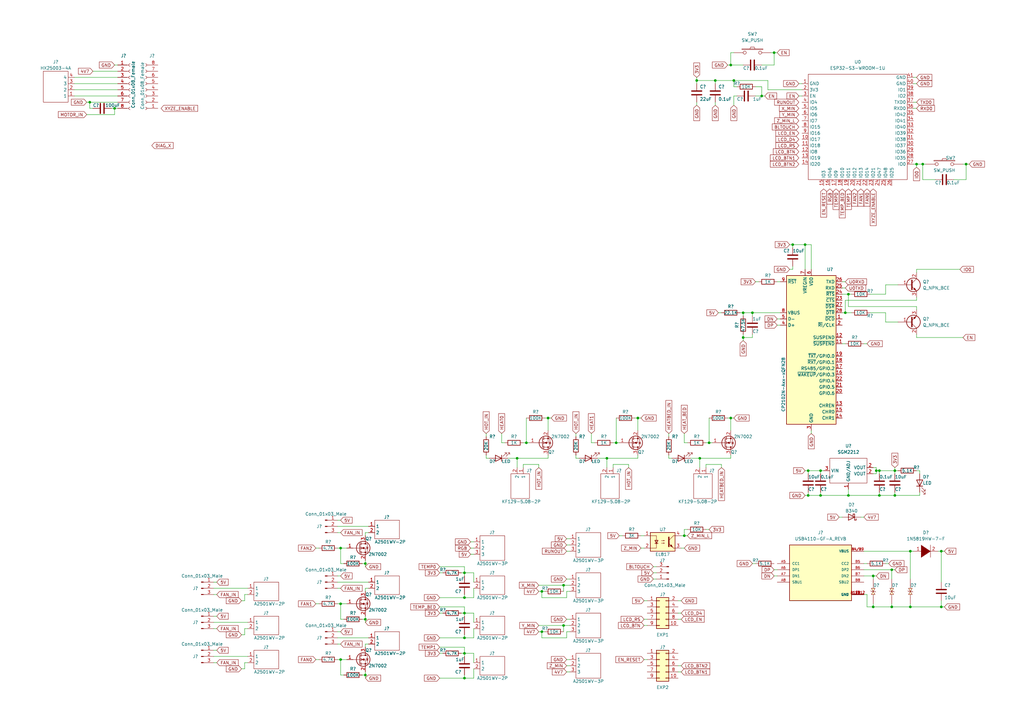
<source format=kicad_sch>
(kicad_sch (version 20211123) (generator eeschema)
  (paper "A3")
  (junction (at 293.37 33.02))
  (junction (at 373.38 226.06))
  (junction (at 36.83 41.91))
  (junction (at 222.25 259.08))
  (junction (at 149.86 231.14))
  (junction (at 290.83 181.61))
  (junction (at 215.9 181.61))
  (junction (at 299.72 171.45))
  (junction (at 139.7 270.51))
  (junction (at 360.68 193.04))
  (junction (at 190.5 245.11))
  (junction (at 331.47 203.2))
  (junction (at 248.92 187.96))
  (junction (at 358.14 236.22))
  (junction (at 287.02 187.96))
  (junction (at 359.41 193.04))
  (junction (at 358.14 248.92))
  (junction (at 304.8 128.27))
  (junction (at 285.75 33.02))
  (junction (at 190.5 234.95))
  (junction (at 312.42 39.37))
  (junction (at 222.25 242.57))
  (junction (at 375.92 67.31))
  (junction (at 396.24 67.31))
  (junction (at 378.46 67.31))
  (junction (at 308.61 128.27))
  (junction (at 347.98 120.65))
  (junction (at 367.03 203.2))
  (junction (at 190.5 278.13))
  (junction (at 280.67 219.71))
  (junction (at 360.68 203.2))
  (junction (at 300.99 33.02))
  (junction (at 224.79 171.45))
  (junction (at 346.71 128.27))
  (junction (at 317.5 21.59))
  (junction (at 261.62 171.45))
  (junction (at 367.03 193.04))
  (junction (at 231.14 256.54))
  (junction (at 336.55 193.04))
  (junction (at 373.38 248.92))
  (junction (at 299.72 26.67))
  (junction (at 304.8 138.43))
  (junction (at 46.99 44.45))
  (junction (at 330.2 100.33))
  (junction (at 347.98 203.2))
  (junction (at 365.76 248.92))
  (junction (at 336.55 203.2))
  (junction (at 365.76 233.68))
  (junction (at 331.47 193.04))
  (junction (at 190.5 267.97))
  (junction (at 212.09 187.96))
  (junction (at 190.5 251.46))
  (junction (at 386.08 248.92))
  (junction (at 149.86 254))
  (junction (at 139.7 247.65))
  (junction (at 190.5 261.62))
  (junction (at 386.08 226.06))
  (junction (at 252.73 181.61))
  (junction (at 231.14 240.03))
  (junction (at 149.86 276.86))
  (junction (at 325.12 100.33))
  (junction (at 139.7 224.79))
  (wire (pts (xy 88.9 243.84) (xy 87.63 243.84)))
  (wire (pts (xy 373.38 226.06) (xy 374.65 226.06)))
  (wire (pts (xy 214.63 181.61) (xy 215.9 181.61)))
  (wire (pts (xy 87.63 241.3) (xy 101.6 241.3)))
  (wire (pts (xy 317.5 233.68) (xy 318.77 233.68)))
  (wire (pts (xy 374.65 44.45) (xy 375.92 44.45)))
  (wire (pts (xy 355.6 248.92) (xy 358.14 248.92)))
  (wire (pts (xy 38.1 29.21) (xy 48.26 29.21)))
  (wire (pts (xy 264.16 256.54) (xy 265.43 256.54)))
  (wire (pts (xy 148.59 254) (xy 149.86 254)))
  (wire (pts (xy 262.89 224.79) (xy 264.16 224.79)))
  (wire (pts (xy 373.38 247.65) (xy 373.38 248.92)))
  (wire (pts (xy 375.92 67.31) (xy 378.46 67.31)))
  (wire (pts (xy 194.31 241.3) (xy 194.31 245.11)))
  (wire (pts (xy 330.2 193.04) (xy 331.47 193.04)))
  (wire (pts (xy 354.33 233.68) (xy 365.76 233.68)))
  (wire (pts (xy 252.73 181.61) (xy 254 181.61)))
  (wire (pts (xy 194.31 238.76) (xy 194.31 234.95)))
  (wire (pts (xy 190.5 248.92) (xy 190.5 251.46)))
  (wire (pts (xy 375.92 138.43) (xy 375.92 137.16)))
  (wire (pts (xy 317.5 236.22) (xy 318.77 236.22)))
  (wire (pts (xy 138.43 261.62) (xy 151.13 261.62)))
  (wire (pts (xy 139.7 259.08) (xy 138.43 259.08)))
  (wire (pts (xy 261.62 176.53) (xy 261.62 171.45)))
  (wire (pts (xy 353.06 212.09) (xy 354.33 212.09)))
  (wire (pts (xy 194.31 267.97) (xy 190.5 267.97)))
  (wire (pts (xy 289.56 181.61) (xy 290.83 181.61)))
  (wire (pts (xy 336.55 193.04) (xy 337.82 193.04)))
  (wire (pts (xy 30.48 39.37) (xy 48.26 39.37)))
  (wire (pts (xy 190.5 278.13) (xy 190.5 276.86)))
  (wire (pts (xy 257.81 190.5) (xy 251.46 190.5)))
  (wire (pts (xy 308.61 137.16) (xy 308.61 138.43)))
  (wire (pts (xy 46.99 44.45) (xy 46.99 46.99)))
  (wire (pts (xy 278.13 254) (xy 279.4 254)))
  (wire (pts (xy 374.65 34.29) (xy 375.92 34.29)))
  (wire (pts (xy 290.83 171.45) (xy 290.83 181.61)))
  (wire (pts (xy 308.61 128.27) (xy 308.61 129.54)))
  (wire (pts (xy 295.91 191.77) (xy 295.91 190.5)))
  (wire (pts (xy 367.03 193.04) (xy 368.3 193.04)))
  (wire (pts (xy 328.93 36.83) (xy 314.96 36.83)))
  (wire (pts (xy 330.2 203.2) (xy 331.47 203.2)))
  (wire (pts (xy 194.31 251.46) (xy 190.5 251.46)))
  (wire (pts (xy 99.06 246.38) (xy 100.33 246.38)))
  (wire (pts (xy 325.12 110.49) (xy 325.12 109.22)))
  (wire (pts (xy 232.41 242.57) (xy 232.41 245.11)))
  (wire (pts (xy 231.14 256.54) (xy 231.14 259.08)))
  (wire (pts (xy 354.33 243.84) (xy 355.6 243.84)))
  (wire (pts (xy 374.65 31.75) (xy 375.92 31.75)))
  (wire (pts (xy 88.9 238.76) (xy 87.63 238.76)))
  (wire (pts (xy 355.6 248.92) (xy 355.6 243.84)))
  (wire (pts (xy 363.22 116.84) (xy 368.3 116.84)))
  (wire (pts (xy 223.52 171.45) (xy 224.79 171.45)))
  (wire (pts (xy 396.24 67.31) (xy 397.51 67.31)))
  (wire (pts (xy 274.32 177.8) (xy 274.32 179.07)))
  (wire (pts (xy 220.98 259.08) (xy 222.25 259.08)))
  (wire (pts (xy 312.42 39.37) (xy 313.69 39.37)))
  (wire (pts (xy 194.31 274.32) (xy 194.31 278.13)))
  (wire (pts (xy 327.66 34.29) (xy 328.93 34.29)))
  (wire (pts (xy 365.76 233.68) (xy 365.76 237.49)))
  (wire (pts (xy 194.31 261.62) (xy 190.5 261.62)))
  (wire (pts (xy 36.83 41.91) (xy 48.26 41.91)))
  (wire (pts (xy 346.71 123.19) (xy 346.71 128.27)))
  (wire (pts (xy 303.53 128.27) (xy 304.8 128.27)))
  (wire (pts (xy 232.41 226.06) (xy 233.68 226.06)))
  (wire (pts (xy 193.04 224.79) (xy 194.31 224.79)))
  (wire (pts (xy 347.98 203.2) (xy 336.55 203.2)))
  (wire (pts (xy 309.88 35.56) (xy 312.42 35.56)))
  (wire (pts (xy 180.34 232.41) (xy 190.5 232.41)))
  (wire (pts (xy 354.33 140.97) (xy 355.6 140.97)))
  (wire (pts (xy 200.66 187.96) (xy 199.39 187.96)))
  (wire (pts (xy 251.46 181.61) (xy 252.73 181.61)))
  (wire (pts (xy 375.92 193.04) (xy 377.19 193.04)))
  (wire (pts (xy 151.13 264.16) (xy 149.86 264.16)))
  (wire (pts (xy 375.92 110.49) (xy 393.7 110.49)))
  (wire (pts (xy 224.79 176.53) (xy 224.79 171.45)))
  (wire (pts (xy 278.13 273.05) (xy 279.4 273.05)))
  (wire (pts (xy 149.86 252.73) (xy 149.86 254)))
  (wire (pts (xy 180.34 261.62) (xy 190.5 261.62)))
  (wire (pts (xy 336.55 203.2) (xy 331.47 203.2)))
  (wire (pts (xy 290.83 217.17) (xy 289.56 217.17)))
  (wire (pts (xy 232.41 237.49) (xy 233.68 237.49)))
  (wire (pts (xy 140.97 276.86) (xy 139.7 276.86)))
  (wire (pts (xy 358.14 236.22) (xy 358.14 237.49)))
  (wire (pts (xy 304.8 137.16) (xy 304.8 138.43)))
  (wire (pts (xy 149.86 218.44) (xy 149.86 219.71)))
  (wire (pts (xy 222.25 261.62) (xy 222.25 259.08)))
  (wire (pts (xy 318.77 130.81) (xy 320.04 130.81)))
  (wire (pts (xy 299.72 187.96) (xy 287.02 187.96)))
  (wire (pts (xy 189.23 251.46) (xy 190.5 251.46)))
  (wire (pts (xy 264.16 246.38) (xy 265.43 246.38)))
  (wire (pts (xy 139.7 270.51) (xy 142.24 270.51)))
  (wire (pts (xy 332.74 100.33) (xy 330.2 100.33)))
  (wire (pts (xy 278.13 246.38) (xy 279.4 246.38)))
  (wire (pts (xy 375.92 125.73) (xy 347.98 125.73)))
  (wire (pts (xy 360.68 194.31) (xy 360.68 193.04)))
  (wire (pts (xy 46.99 44.45) (xy 48.26 44.45)))
  (wire (pts (xy 232.41 254) (xy 233.68 254)))
  (wire (pts (xy 280.67 217.17) (xy 280.67 219.71)))
  (wire (pts (xy 139.7 218.44) (xy 138.43 218.44)))
  (wire (pts (xy 139.7 236.22) (xy 138.43 236.22)))
  (wire (pts (xy 308.61 138.43) (xy 304.8 138.43)))
  (wire (pts (xy 254 219.71) (xy 255.27 219.71)))
  (wire (pts (xy 300.99 33.02) (xy 314.96 33.02)))
  (wire (pts (xy 278.13 251.46) (xy 279.4 251.46)))
  (wire (pts (xy 375.92 127) (xy 375.92 125.73)))
  (wire (pts (xy 149.86 275.59) (xy 149.86 276.86)))
  (wire (pts (xy 190.5 267.97) (xy 190.5 269.24)))
  (wire (pts (xy 220.98 256.54) (xy 231.14 256.54)))
  (wire (pts (xy 264.16 270.51) (xy 265.43 270.51)))
  (wire (pts (xy 237.49 187.96) (xy 236.22 187.96)))
  (wire (pts (xy 149.86 229.87) (xy 149.86 231.14)))
  (wire (pts (xy 289.56 190.5) (xy 289.56 191.77)))
  (wire (pts (xy 248.92 187.96) (xy 248.92 191.77)))
  (wire (pts (xy 375.92 123.19) (xy 346.71 123.19)))
  (wire (pts (xy 374.65 41.91) (xy 375.92 41.91)))
  (wire (pts (xy 314.96 36.83) (xy 314.96 33.02)))
  (wire (pts (xy 317.5 26.67) (xy 317.5 21.59)))
  (wire (pts (xy 190.5 265.43) (xy 190.5 267.97)))
  (wire (pts (xy 138.43 215.9) (xy 151.13 215.9)))
  (wire (pts (xy 360.68 193.04) (xy 359.41 193.04)))
  (wire (pts (xy 293.37 33.02) (xy 293.37 34.29)))
  (wire (pts (xy 308.61 231.14) (xy 309.88 231.14)))
  (wire (pts (xy 232.41 261.62) (xy 222.25 261.62)))
  (wire (pts (xy 318.77 115.57) (xy 320.04 115.57)))
  (wire (pts (xy 224.79 186.69) (xy 224.79 187.96)))
  (wire (pts (xy 30.48 34.29) (xy 48.26 34.29)))
  (wire (pts (xy 35.56 41.91) (xy 36.83 41.91)))
  (wire (pts (xy 139.7 231.14) (xy 139.7 224.79)))
  (wire (pts (xy 378.46 73.66) (xy 383.54 73.66)))
  (wire (pts (xy 189.23 267.97) (xy 190.5 267.97)))
  (wire (pts (xy 236.22 177.8) (xy 236.22 179.07)))
  (wire (pts (xy 194.31 245.11) (xy 190.5 245.11)))
  (wire (pts (xy 100.33 243.84) (xy 101.6 243.84)))
  (wire (pts (xy 345.44 140.97) (xy 346.71 140.97)))
  (wire (pts (xy 242.57 181.61) (xy 243.84 181.61)))
  (wire (pts (xy 358.14 248.92) (xy 365.76 248.92)))
  (wire (pts (xy 129.54 270.51) (xy 130.81 270.51)))
  (wire (pts (xy 298.45 26.67) (xy 299.72 26.67)))
  (wire (pts (xy 139.7 264.16) (xy 138.43 264.16)))
  (wire (pts (xy 222.25 245.11) (xy 222.25 242.57)))
  (wire (pts (xy 293.37 41.91) (xy 293.37 43.18)))
  (wire (pts (xy 261.62 171.45) (xy 262.89 171.45)))
  (wire (pts (xy 285.75 33.02) (xy 285.75 34.29)))
  (wire (pts (xy 347.98 200.66) (xy 347.98 203.2)))
  (wire (pts (xy 224.79 187.96) (xy 212.09 187.96)))
  (wire (pts (xy 139.7 254) (xy 139.7 247.65)))
  (wire (pts (xy 190.5 232.41) (xy 190.5 234.95)))
  (wire (pts (xy 232.41 275.59) (xy 233.68 275.59)))
  (wire (pts (xy 302.26 35.56) (xy 300.99 35.56)))
  (wire (pts (xy 356.87 128.27) (xy 363.22 128.27)))
  (wire (pts (xy 308.61 128.27) (xy 320.04 128.27)))
  (wire (pts (xy 317.5 21.59) (xy 318.77 21.59)))
  (wire (pts (xy 267.97 232.41) (xy 269.24 232.41)))
  (wire (pts (xy 88.9 257.81) (xy 87.63 257.81)))
  (wire (pts (xy 347.98 125.73) (xy 347.98 120.65)))
  (wire (pts (xy 138.43 238.76) (xy 151.13 238.76)))
  (wire (pts (xy 377.19 193.04) (xy 377.19 194.31)))
  (wire (pts (xy 325.12 100.33) (xy 325.12 101.6)))
  (wire (pts (xy 275.59 187.96) (xy 274.32 187.96)))
  (wire (pts (xy 345.44 118.11) (xy 346.71 118.11)))
  (wire (pts (xy 139.7 224.79) (xy 142.24 224.79)))
  (wire (pts (xy 279.4 219.71) (xy 280.67 219.71)))
  (wire (pts (xy 220.98 190.5) (xy 214.63 190.5)))
  (wire (pts (xy 139.7 247.65) (xy 138.43 247.65)))
  (wire (pts (xy 261.62 186.69) (xy 261.62 187.96)))
  (wire (pts (xy 354.33 226.06) (xy 373.38 226.06)))
  (wire (pts (xy 222.25 242.57) (xy 223.52 242.57)))
  (wire (pts (xy 193.04 227.33) (xy 194.31 227.33)))
  (wire (pts (xy 358.14 247.65) (xy 358.14 248.92)))
  (wire (pts (xy 100.33 274.32) (xy 100.33 271.78)))
  (wire (pts (xy 232.41 223.52) (xy 233.68 223.52)))
  (wire (pts (xy 88.9 271.78) (xy 87.63 271.78)))
  (wire (pts (xy 257.81 191.77) (xy 257.81 190.5)))
  (wire (pts (xy 199.39 177.8) (xy 199.39 179.07)))
  (wire (pts (xy 180.34 267.97) (xy 181.61 267.97)))
  (wire (pts (xy 384.81 226.06) (xy 386.08 226.06)))
  (wire (pts (xy 387.35 248.92) (xy 386.08 248.92)))
  (wire (pts (xy 220.98 191.77) (xy 220.98 190.5)))
  (wire (pts (xy 283.21 187.96) (xy 287.02 187.96)))
  (wire (pts (xy 190.5 261.62) (xy 190.5 260.35)))
  (wire (pts (xy 189.23 234.95) (xy 190.5 234.95)))
  (wire (pts (xy 236.22 186.69) (xy 236.22 187.96)))
  (wire (pts (xy 294.64 128.27) (xy 295.91 128.27)))
  (wire (pts (xy 151.13 241.3) (xy 149.86 241.3)))
  (wire (pts (xy 245.11 187.96) (xy 248.92 187.96)))
  (wire (pts (xy 233.68 259.08) (xy 232.41 259.08)))
  (wire (pts (xy 363.22 120.65) (xy 363.22 116.84)))
  (wire (pts (xy 267.97 237.49) (xy 269.24 237.49)))
  (wire (pts (xy 386.08 248.92) (xy 373.38 248.92)))
  (wire (pts (xy 149.86 241.3) (xy 149.86 242.57)))
  (wire (pts (xy 180.34 265.43) (xy 190.5 265.43)))
  (wire (pts (xy 139.7 224.79) (xy 138.43 224.79)))
  (wire (pts (xy 139.7 247.65) (xy 142.24 247.65)))
  (wire (pts (xy 151.13 218.44) (xy 149.86 218.44)))
  (wire (pts (xy 293.37 33.02) (xy 300.99 33.02)))
  (wire (pts (xy 190.5 245.11) (xy 190.5 243.84)))
  (wire (pts (xy 199.39 186.69) (xy 199.39 187.96)))
  (wire (pts (xy 367.03 193.04) (xy 360.68 193.04)))
  (wire (pts (xy 180.34 251.46) (xy 181.61 251.46)))
  (wire (pts (xy 129.54 224.79) (xy 130.81 224.79)))
  (wire (pts (xy 231.14 240.03) (xy 231.14 242.57)))
  (wire (pts (xy 316.23 21.59) (xy 317.5 21.59)))
  (wire (pts (xy 377.19 201.93) (xy 377.19 203.2)))
  (wire (pts (xy 193.04 222.25) (xy 194.31 222.25)))
  (wire (pts (xy 180.34 245.11) (xy 190.5 245.11)))
  (wire (pts (xy 38.1 44.45) (xy 36.83 44.45)))
  (wire (pts (xy 345.44 120.65) (xy 347.98 120.65)))
  (wire (pts (xy 360.68 201.93) (xy 360.68 203.2)))
  (wire (pts (xy 377.19 203.2) (xy 367.03 203.2)))
  (wire (pts (xy 354.33 231.14) (xy 355.6 231.14)))
  (wire (pts (xy 344.17 212.09) (xy 345.44 212.09)))
  (wire (pts (xy 378.46 67.31) (xy 379.73 67.31)))
  (wire (pts (xy 367.03 201.93) (xy 367.03 203.2)))
  (wire (pts (xy 299.72 21.59) (xy 300.99 21.59)))
  (wire (pts (xy 299.72 26.67) (xy 299.72 21.59)))
  (wire (pts (xy 180.34 248.92) (xy 190.5 248.92)))
  (wire (pts (xy 285.75 31.75) (xy 285.75 33.02)))
  (wire (pts (xy 35.56 46.99) (xy 46.99 46.99)))
  (wire (pts (xy 252.73 171.45) (xy 252.73 181.61)))
  (wire (pts (xy 194.31 234.95) (xy 190.5 234.95)))
  (wire (pts (xy 359.41 191.77) (xy 359.41 193.04)))
  (wire (pts (xy 194.31 255.27) (xy 194.31 251.46)))
  (wire (pts (xy 280.67 181.61) (xy 281.94 181.61)))
  (wire (pts (xy 45.72 44.45) (xy 46.99 44.45)))
  (wire (pts (xy 87.63 255.27) (xy 101.6 255.27)))
  (wire (pts (xy 363.22 231.14) (xy 364.49 231.14)))
  (wire (pts (xy 139.7 241.3) (xy 138.43 241.3)))
  (wire (pts (xy 260.35 171.45) (xy 261.62 171.45)))
  (wire (pts (xy 330.2 110.49) (xy 330.2 100.33)))
  (wire (pts (xy 267.97 234.95) (xy 269.24 234.95)))
  (wire (pts (xy 190.5 234.95) (xy 190.5 236.22)))
  (wire (pts (xy 336.55 193.04) (xy 331.47 193.04)))
  (wire (pts (xy 336.55 194.31) (xy 336.55 193.04)))
  (wire (pts (xy 205.74 177.8) (xy 205.74 181.61)))
  (wire (pts (xy 373.38 226.06) (xy 373.38 237.49)))
  (wire (pts (xy 149.86 264.16) (xy 149.86 265.43)))
  (wire (pts (xy 99.06 274.32) (xy 100.33 274.32)))
  (wire (pts (xy 30.48 36.83) (xy 48.26 36.83)))
  (wire (pts (xy 331.47 203.2) (xy 331.47 201.93)))
  (wire (pts (xy 363.22 132.08) (xy 368.3 132.08)))
  (wire (pts (xy 312.42 35.56) (xy 312.42 39.37)))
  (wire (pts (xy 360.68 203.2) (xy 347.98 203.2)))
  (wire (pts (xy 312.42 26.67) (xy 317.5 26.67)))
  (wire (pts (xy 394.97 67.31) (xy 396.24 67.31)))
  (wire (pts (xy 36.83 44.45) (xy 36.83 41.91)))
  (wire (pts (xy 100.33 260.35) (xy 100.33 257.81)))
  (wire (pts (xy 232.41 245.11) (xy 222.25 245.11)))
  (wire (pts (xy 299.72 26.67) (xy 304.8 26.67)))
  (wire (pts (xy 375.92 121.92) (xy 375.92 123.19)))
  (wire (pts (xy 358.14 191.77) (xy 359.41 191.77)))
  (wire (pts (xy 318.77 133.35) (xy 320.04 133.35)))
  (wire (pts (xy 365.76 233.68) (xy 367.03 233.68)))
  (wire (pts (xy 300.99 39.37) (xy 300.99 43.18)))
  (wire (pts (xy 280.67 219.71) (xy 281.94 219.71)))
  (wire (pts (xy 386.08 238.76) (xy 386.08 226.06)))
  (wire (pts (xy 100.33 246.38) (xy 100.33 243.84)))
  (wire (pts (xy 274.32 186.69) (xy 274.32 187.96)))
  (wire (pts (xy 194.31 278.13) (xy 190.5 278.13)))
  (wire (pts (xy 194.31 271.78) (xy 194.31 267.97)))
  (wire (pts (xy 232.41 273.05) (xy 233.68 273.05)))
  (wire (pts (xy 139.7 270.51) (xy 138.43 270.51)))
  (wire (pts (xy 232.41 220.98) (xy 233.68 220.98)))
  (wire (pts (xy 302.26 39.37) (xy 300.99 39.37)))
  (wire (pts (xy 345.44 115.57) (xy 346.71 115.57)))
  (wire (pts (xy 375.92 68.58) (xy 375.92 67.31)))
  (wire (pts (xy 278.13 275.59) (xy 279.4 275.59)))
  (wire (pts (xy 139.7 276.86) (xy 139.7 270.51)))
  (wire (pts (xy 332.74 110.49) (xy 332.74 100.33)))
  (wire (pts (xy 304.8 128.27) (xy 308.61 128.27)))
  (wire (pts (xy 298.45 171.45) (xy 299.72 171.45)))
  (wire (pts (xy 46.99 26.67) (xy 48.26 26.67)))
  (wire (pts (xy 231.14 256.54) (xy 233.68 256.54)))
  (wire (pts (xy 262.89 219.71) (xy 264.16 219.71)))
  (wire (pts (xy 148.59 231.14) (xy 149.86 231.14)))
  (wire (pts (xy 323.85 100.33) (xy 325.12 100.33)))
  (wire (pts (xy 391.16 73.66) (xy 396.24 73.66)))
  (wire (pts (xy 99.06 260.35) (xy 100.33 260.35)))
  (wire (pts (xy 220.98 240.03) (xy 231.14 240.03)))
  (wire (pts (xy 354.33 236.22) (xy 358.14 236.22)))
  (wire (pts (xy 309.88 115.57) (xy 311.15 115.57)))
  (wire (pts (xy 285.75 41.91) (xy 285.75 43.18)))
  (wire (pts (xy 358.14 194.31) (xy 359.41 194.31)))
  (wire (pts (xy 231.14 240.03) (xy 233.68 240.03)))
  (wire (pts (xy 140.97 254) (xy 139.7 254)))
  (wire (pts (xy 190.5 251.46) (xy 190.5 252.73)))
  (wire (pts (xy 281.94 217.17) (xy 280.67 217.17)))
  (wire (pts (xy 215.9 181.61) (xy 217.17 181.61)))
  (wire (pts (xy 100.33 271.78) (xy 101.6 271.78)))
  (wire (pts (xy 224.79 171.45) (xy 226.06 171.45)))
  (wire (pts (xy 367.03 194.31) (xy 367.03 193.04)))
  (wire (pts (xy 100.33 257.81) (xy 101.6 257.81)))
  (wire (pts (xy 375.92 111.76) (xy 375.92 110.49)))
  (wire (pts (xy 129.54 247.65) (xy 130.81 247.65)))
  (wire (pts (xy 30.48 31.75) (xy 48.26 31.75)))
  (wire (pts (xy 232.41 259.08) (xy 232.41 261.62)))
  (wire (pts (xy 330.2 100.33) (xy 325.12 100.33)))
  (wire (pts (xy 332.74 176.53) (xy 332.74 177.8)))
  (wire (pts (xy 214.63 190.5) (xy 214.63 191.77)))
  (wire (pts (xy 378.46 67.31) (xy 378.46 73.66)))
  (wire (pts (xy 300.99 35.56) (xy 300.99 33.02)))
  (wire (pts (xy 304.8 138.43) (xy 304.8 139.7)))
  (wire (pts (xy 139.7 213.36) (xy 138.43 213.36)))
  (wire (pts (xy 205.74 181.61) (xy 207.01 181.61)))
  (wire (pts (xy 309.88 39.37) (xy 312.42 39.37)))
  (wire (pts (xy 363.22 128.27) (xy 363.22 132.08)))
  (wire (pts (xy 367.03 203.2) (xy 360.68 203.2)))
  (wire (pts (xy 180.34 234.95) (xy 181.61 234.95)))
  (wire (pts (xy 149.86 254) (xy 149.86 255.27)))
  (wire (pts (xy 295.91 190.5) (xy 289.56 190.5)))
  (wire (pts (xy 264.16 254) (xy 265.43 254)))
  (wire (pts (xy 358.14 236.22) (xy 359.41 236.22)))
  (wire (pts (xy 345.44 128.27) (xy 346.71 128.27)))
  (wire (pts (xy 88.9 252.73) (xy 87.63 252.73)))
  (wire (pts (xy 299.72 171.45) (xy 300.99 171.45)))
  (wire (pts (xy 242.57 177.8) (xy 242.57 181.61)))
  (wire (pts (xy 394.97 138.43) (xy 375.92 138.43)))
  (wire (pts (xy 180.34 278.13) (xy 190.5 278.13)))
  (wire (pts (xy 359.41 193.04) (xy 359.41 194.31)))
  (wire (pts (xy 222.25 259.08) (xy 223.52 259.08)))
  (wire (pts (xy 304.8 128.27) (xy 304.8 129.54)))
  (wire (pts (xy 279.4 224.79) (xy 280.67 224.79)))
  (wire (pts (xy 375.92 67.31) (xy 374.65 67.31)))
  (wire (pts (xy 323.85 110.49) (xy 325.12 110.49)))
  (wire (pts (xy 365.76 247.65) (xy 365.76 248.92)))
  (wire (pts (xy 149.86 276.86) (xy 149.86 278.13)))
  (wire (pts (xy 347.98 120.65) (xy 349.25 120.65)))
  (wire (pts (xy 280.67 177.8) (xy 280.67 181.61)))
  (wire (pts (xy 373.38 248.92) (xy 365.76 248.92)))
  (wire (pts (xy 331.47 193.04) (xy 331.47 194.31)))
  (wire (pts (xy 386.08 226.06) (xy 387.35 226.06)))
  (wire (pts (xy 194.31 257.81) (xy 194.31 261.62)))
  (wire (pts (xy 261.62 187.96) (xy 248.92 187.96)))
  (wire (pts (xy 88.9 266.7) (xy 87.63 266.7)))
  (wire (pts (xy 148.59 276.86) (xy 149.86 276.86)))
  (wire (pts (xy 215.9 171.45) (xy 215.9 181.61)))
  (wire (pts (xy 327.66 39.37) (xy 328.93 39.37)))
  (wire (pts (xy 140.97 231.14) (xy 139.7 231.14)))
  (wire (pts (xy 287.02 187.96) (xy 287.02 191.77)))
  (wire (pts (xy 290.83 181.61) (xy 292.1 181.61)))
  (wire (pts (xy 367.03 191.77) (xy 367.03 193.04)))
  (wire (pts (xy 293.37 33.02) (xy 285.75 33.02)))
  (wire (pts (xy 336.55 201.93) (xy 336.55 203.2)))
  (wire (pts (xy 233.68 242.57) (xy 232.41 242.57)))
  (wire (pts (xy 212.09 187.96) (xy 212.09 191.77)))
  (wire (pts (xy 87.63 269.24) (xy 101.6 269.24)))
  (wire (pts (xy 208.28 187.96) (xy 212.09 187.96)))
  (wire (pts (xy 356.87 120.65) (xy 363.22 120.65)))
  (wire (pts (xy 299.72 176.53) (xy 299.72 171.45)))
  (wire (pts (xy 396.24 73.66) (xy 396.24 67.31)))
  (wire (pts (xy 232.41 270.51) (xy 233.68 270.51)))
  (wire (pts (xy 299.72 186.69) (xy 299.72 187.96)))
  (wire (pts (xy 251.46 190.5) (xy 251.46 191.77)))
  (wire (pts (xy 220.98 242.57) (xy 222.25 242.57)))
  (wire (pts (xy 346.71 128.27) (xy 349.25 128.27)))
  (wire (pts (xy 149.86 231.14) (xy 149.86 232.41)))
  (wire (pts (xy 386.08 246.38) (xy 386.08 248.92)))
  (global_label "EN_RESET" (shape input) (at 337.82 77.47 270) (property "Intersheet References" "${INTERSHEET_REFS}" (effects hide)))
  (global_label "GND" (shape input) (at 355.6 140.97 0) (property "Intersheet References" "${INTERSHEET_REFS}" (effects hide)))
  (global_label "5V" (shape input) (at 88.9 266.7 0) (property "Intersheet References" "${INTERSHEET_REFS}" (effects hide)))
  (global_label "5V" (shape input) (at 387.35 226.06 0) (property "Intersheet References" "${INTERSHEET_REFS}" (effects hide)))
  (global_label "BLTOUCH" (shape input) (at 267.97 232.41 180) (property "Intersheet References" "${INTERSHEET_REFS}" (effects hide)))
  (global_label "BLTOUCH" (shape input) (at 327.66 52.07 180) (property "Intersheet References" "${INTERSHEET_REFS}" (effects hide)))
  (global_label "3V3" (shape input) (at 180.34 267.97 180) (property "Intersheet References" "${INTERSHEET_REFS}" (effects hide)))
  (global_label "GND" (shape input) (at 35.56 41.91 180) (property "Intersheet References" "${INTERSHEET_REFS}" (effects hide)))
  (global_label "HOT_IN" (shape input) (at 236.22 177.8 90) (property "Intersheet References" "${INTERSHEET_REFS}" (effects hide)))
  (global_label "GND" (shape input) (at 304.8 139.7 270) (property "Intersheet References" "${INTERSHEET_REFS}" (effects hide)))
  (global_label "GND" (shape input) (at 99.06 274.32 180) (property "Intersheet References" "${INTERSHEET_REFS}" (effects hide)))
  (global_label "TEMP_BED" (shape input) (at 345.44 77.47 270) (property "Intersheet References" "${INTERSHEET_REFS}" (effects hide)))
  (global_label "5V" (shape input) (at 344.17 212.09 180) (property "Intersheet References" "${INTERSHEET_REFS}" (effects hide)))
  (global_label "3V3" (shape input) (at 180.34 234.95 180) (property "Intersheet References" "${INTERSHEET_REFS}" (effects hide)))
  (global_label "TEMP1" (shape input) (at 180.34 265.43 180) (property "Intersheet References" "${INTERSHEET_REFS}" (effects hide)))
  (global_label "GND" (shape input) (at 232.41 223.52 180) (property "Intersheet References" "${INTERSHEET_REFS}" (effects hide)))
  (global_label "EN" (shape input) (at 327.66 39.37 180) (property "Intersheet References" "${INTERSHEET_REFS}" (effects hide)))
  (global_label "FAN_IN" (shape input) (at 139.7 218.44 0) (property "Intersheet References" "${INTERSHEET_REFS}" (effects hide)))
  (global_label "U0RXD" (shape input) (at 346.71 115.57 0) (property "Intersheet References" "${INTERSHEET_REFS}" (effects hide)))
  (global_label "5V" (shape input) (at 139.7 259.08 0) (property "Intersheet References" "${INTERSHEET_REFS}" (effects hide)))
  (global_label "4V7" (shape input) (at 354.33 212.09 0) (property "Intersheet References" "${INTERSHEET_REFS}" (effects hide)))
  (global_label "HEAT_BED" (shape input) (at 280.67 177.8 90) (property "Intersheet References" "${INTERSHEET_REFS}" (effects hide)))
  (global_label "LCD_RS" (shape input) (at 327.66 59.69 180) (property "Intersheet References" "${INTERSHEET_REFS}" (effects hide)))
  (global_label "LCD_BTN2" (shape input) (at 327.66 67.31 180) (property "Intersheet References" "${INTERSHEET_REFS}" (effects hide)))
  (global_label "3V3" (shape input) (at 285.75 31.75 90) (property "Intersheet References" "${INTERSHEET_REFS}" (effects hide)))
  (global_label "5V" (shape input) (at 88.9 238.76 0) (property "Intersheet References" "${INTERSHEET_REFS}" (effects hide)))
  (global_label "GND" (shape input) (at 279.4 246.38 0) (property "Intersheet References" "${INTERSHEET_REFS}" (effects hide)))
  (global_label "RXD0" (shape input) (at 375.92 44.45 0) (property "Intersheet References" "${INTERSHEET_REFS}" (effects hide)))
  (global_label "5V" (shape input) (at 139.7 213.36 0) (property "Intersheet References" "${INTERSHEET_REFS}" (effects hide)))
  (global_label "4V7" (shape input) (at 38.1 29.21 180) (property "Intersheet References" "${INTERSHEET_REFS}" (effects hide)))
  (global_label "RUNOUT" (shape input) (at 232.41 226.06 180) (property "Intersheet References" "${INTERSHEET_REFS}" (effects hide)))
  (global_label "MOTOR_IN" (shape input) (at 35.56 46.99 180) (property "Intersheet References" "${INTERSHEET_REFS}" (effects hide)))
  (global_label "LCD_RS" (shape input) (at 264.16 254 180) (property "Intersheet References" "${INTERSHEET_REFS}" (effects hide)))
  (global_label "GND" (shape input) (at 323.85 110.49 180) (property "Intersheet References" "${INTERSHEET_REFS}" (effects hide)))
  (global_label "X_MIN" (shape input) (at 327.66 44.45 180) (property "Intersheet References" "${INTERSHEET_REFS}" (effects hide)))
  (global_label "GND" (shape input) (at 330.2 203.2 180) (property "Intersheet References" "${INTERSHEET_REFS}" (effects hide)))
  (global_label "HEAT1" (shape input) (at 242.57 177.8 90) (property "Intersheet References" "${INTERSHEET_REFS}" (effects hide)))
  (global_label "3V3" (shape input) (at 180.34 251.46 180) (property "Intersheet References" "${INTERSHEET_REFS}" (effects hide)))
  (global_label "EN" (shape input) (at 394.97 138.43 0) (property "Intersheet References" "${INTERSHEET_REFS}" (effects hide)))
  (global_label "Z_MIN" (shape input) (at 262.89 224.79 180) (property "Intersheet References" "${INTERSHEET_REFS}" (effects hide)))
  (global_label "GND" (shape input) (at 387.35 248.92 0) (property "Intersheet References" "${INTERSHEET_REFS}" (effects hide)))
  (global_label "GND" (shape input) (at 180.34 261.62 180) (property "Intersheet References" "${INTERSHEET_REFS}" (effects hide)))
  (global_label "TEMP1" (shape input) (at 347.98 77.47 270) (property "Intersheet References" "${INTERSHEET_REFS}" (effects hide)))
  (global_label "EN_RESET" (shape input) (at 264.16 270.51 180) (property "Intersheet References" "${INTERSHEET_REFS}" (effects hide)))
  (global_label "5V" (shape input) (at 88.9 252.73 0) (property "Intersheet References" "${INTERSHEET_REFS}" (effects hide)))
  (global_label "GND" (shape input) (at 298.45 26.67 180) (property "Intersheet References" "${INTERSHEET_REFS}" (effects hide)))
  (global_label "5V" (shape input) (at 232.41 220.98 180) (property "Intersheet References" "${INTERSHEET_REFS}" (effects hide)))
  (global_label "FAN_IN" (shape input) (at 139.7 241.3 0) (property "Intersheet References" "${INTERSHEET_REFS}" (effects hide)))
  (global_label "4V7" (shape input) (at 220.98 242.57 180) (property "Intersheet References" "${INTERSHEET_REFS}" (effects hide)))
  (global_label "GND" (shape input) (at 193.04 222.25 180) (property "Intersheet References" "${INTERSHEET_REFS}" (effects hide)))
  (global_label "GND" (shape input) (at 280.67 224.79 0) (property "Intersheet References" "${INTERSHEET_REFS}" (effects hide)))
  (global_label "5V" (shape input) (at 139.7 236.22 0) (property "Intersheet References" "${INTERSHEET_REFS}" (effects hide)))
  (global_label "FAN_IN" (shape input) (at 88.9 271.78 0) (property "Intersheet References" "${INTERSHEET_REFS}" (effects hide)))
  (global_label "FAN_IN" (shape input) (at 139.7 264.16 0) (property "Intersheet References" "${INTERSHEET_REFS}" (effects hide)))
  (global_label "GND" (shape input) (at 332.74 177.8 270) (property "Intersheet References" "${INTERSHEET_REFS}" (effects hide)))
  (global_label "GND" (shape input) (at 149.86 255.27 0) (property "Intersheet References" "${INTERSHEET_REFS}" (effects hide)))
  (global_label "DIAG_X" (shape input) (at 62.23 59.69 0) (property "Intersheet References" "${INTERSHEET_REFS}" (effects hide)))
  (global_label "GND" (shape input) (at 232.41 237.49 180) (property "Intersheet References" "${INTERSHEET_REFS}" (effects hide)))
  (global_label "3V3" (shape input) (at 309.88 115.57 180) (property "Intersheet References" "${INTERSHEET_REFS}" (effects hide)))
  (global_label "FAN0" (shape input) (at 355.6 77.47 270) (property "Intersheet References" "${INTERSHEET_REFS}" (effects hide)))
  (global_label "Z_MIN" (shape input) (at 232.41 273.05 180) (property "Intersheet References" "${INTERSHEET_REFS}" (effects hide)))
  (global_label "GND" (shape input) (at 285.75 43.18 270) (property "Intersheet References" "${INTERSHEET_REFS}" (effects hide)))
  (global_label "3V3" (shape input) (at 367.03 191.77 90) (property "Intersheet References" "${INTERSHEET_REFS}" (effects hide)))
  (global_label "LCD_BTN1" (shape input) (at 327.66 64.77 180) (property "Intersheet References" "${INTERSHEET_REFS}" (effects hide)))
  (global_label "DN" (shape input) (at 359.41 236.22 0) (property "Intersheet References" "${INTERSHEET_REFS}" (effects hide)))
  (global_label "FAN1" (shape input) (at 353.06 77.47 270) (property "Intersheet References" "${INTERSHEET_REFS}" (effects hide)))
  (global_label "Y_MIN" (shape input) (at 327.66 46.99 180) (property "Intersheet References" "${INTERSHEET_REFS}" (effects hide)))
  (global_label "HOT_IN" (shape input) (at 257.81 191.77 270) (property "Intersheet References" "${INTERSHEET_REFS}" (effects hide)))
  (global_label "LCD_EN" (shape input) (at 279.4 254 0) (property "Intersheet References" "${INTERSHEET_REFS}" (effects hide)))
  (global_label "FAN2" (shape input) (at 129.54 224.79 180) (property "Intersheet References" "${INTERSHEET_REFS}" (effects hide)))
  (global_label "XYZE_ENABLE" (shape input) (at 358.14 77.47 270) (property "Intersheet References" "${INTERSHEET_REFS}" (effects hide)))
  (global_label "5V" (shape input) (at 193.04 227.33 180) (property "Intersheet References" "${INTERSHEET_REFS}" (effects hide)))
  (global_label "HEATBED_IN" (shape input) (at 295.91 191.77 270) (property "Intersheet References" "${INTERSHEET_REFS}" (effects hide)))
  (global_label "LCD_D4" (shape input) (at 279.4 251.46 0) (property "Intersheet References" "${INTERSHEET_REFS}" (effects hide)))
  (global_label "GND" (shape input) (at 267.97 237.49 180) (property "Intersheet References" "${INTERSHEET_REFS}" (effects hide)))
  (global_label "3V3" (shape input) (at 290.83 217.17 0) (property "Intersheet References" "${INTERSHEET_REFS}" (effects hide)))
  (global_label "TEMP0" (shape input) (at 180.34 232.41 180) (property "Intersheet References" "${INTERSHEET_REFS}" (effects hide)))
  (global_label "FAN2" (shape input) (at 350.52 77.47 270) (property "Intersheet References" "${INTERSHEET_REFS}" (effects hide)))
  (global_label "GND" (shape input) (at 149.86 232.41 0) (property "Intersheet References" "${INTERSHEET_REFS}" (effects hide)))
  (global_label "GND" (shape input) (at 232.41 270.51 180) (property "Intersheet References" "${INTERSHEET_REFS}" (effects hide)))
  (global_label "TEMP0" (shape input) (at 342.9 77.47 270) (property "Intersheet References" "${INTERSHEET_REFS}" (effects hide)))
  (global_label "GND" (shape input) (at 300.99 43.18 270) (property "Intersheet References" "${INTERSHEET_REFS}" (effects hide)))
  (global_label "GND" (shape input) (at 180.34 245.11 180) (property "Intersheet References" "${INTERSHEET_REFS}" (effects hide)))
  (global_label "LCD_BTN" (shape input) (at 327.66 62.23 180) (property "Intersheet References" "${INTERSHEET_REFS}" (effects hide)))
  (global_label "GND" (shape input) (at 300.99 171.45 0) (property "Intersheet References" "${INTERSHEET_REFS}" (effects hide)))
  (global_label "GND" (shape input) (at 293.37 43.18 270) (property "Intersheet References" "${INTERSHEET_REFS}" (effects hide)))
  (global_label "5V" (shape input) (at 264.16 246.38 180) (property "Intersheet References" "${INTERSHEET_REFS}" (effects hide)))
  (global_label "TXD0" (shape input) (at 375.92 41.91 0) (property "Intersheet References" "${INTERSHEET_REFS}" (effects hide)))
  (global_label "HEAT0" (shape input) (at 205.74 177.8 90) (property "Intersheet References" "${INTERSHEET_REFS}" (effects hide)))
  (global_label "LCD_BTN" (shape input) (at 264.16 256.54 180) (property "Intersheet References" "${INTERSHEET_REFS}" (effects hide)))
  (global_label "GND" (shape input) (at 149.86 278.13 0) (property "Intersheet References" "${INTERSHEET_REFS}" (effects hide)))
  (global_label "FAN_IN" (shape input) (at 88.9 243.84 0) (property "Intersheet References" "${INTERSHEET_REFS}" (effects hide)))
  (global_label "Z_MIN_L" (shape input) (at 327.66 49.53 180) (property "Intersheet References" "${INTERSHEET_REFS}" (effects hide)))
  (global_label "LCD_BTN1" (shape input) (at 279.4 275.59 0) (property "Intersheet References" "${INTERSHEET_REFS}" (effects hide)))
  (global_label "GND" (shape input) (at 232.41 254 180) (property "Intersheet References" "${INTERSHEET_REFS}" (effects hide)))
  (global_label "4V7" (shape input) (at 232.41 275.59 180) (property "Intersheet References" "${INTERSHEET_REFS}" (effects hide)))
  (global_label "GND" (shape input) (at 375.92 34.29 0) (property "Intersheet References" "${INTERSHEET_REFS}" (effects hide)))
  (global_label "RGB" (shape input) (at 340.36 77.47 270) (property "Intersheet References" "${INTERSHEET_REFS}" (effects hide)))
  (global_label "FAN0" (shape input) (at 129.54 270.51 180) (property "Intersheet References" "${INTERSHEET_REFS}" (effects hide)))
  (global_label "DP" (shape input) (at 317.5 233.68 180) (property "Intersheet References" "${INTERSHEET_REFS}" (effects hide)))
  (global_label "HOT_IN" (shape input) (at 199.39 177.8 90) (property "Intersheet References" "${INTERSHEET_REFS}" (effects hide)))
  (global_label "RGB" (shape input) (at 193.04 224.79 180) (property "Intersheet References" "${INTERSHEET_REFS}" (effects hide)))
  (global_label "DP" (shape input) (at 367.03 233.68 0) (property "Intersheet References" "${INTERSHEET_REFS}" (effects hide)))
  (global_label "XYZE_ENABLE" (shape input) (at 66.04 44.45 0) (property "Intersheet References" "${INTERSHEET_REFS}" (effects hide)))
  (global_label "X_MIN" (shape input) (at 220.98 240.03 180) (property "Intersheet References" "${INTERSHEET_REFS}" (effects hide)))
  (global_label "GND" (shape input) (at 99.06 260.35 180) (property "Intersheet References" "${INTERSHEET_REFS}" (effects hide)))
  (global_label "FAN1" (shape input) (at 129.54 247.65 180) (property "Intersheet References" "${INTERSHEET_REFS}" (effects hide)))
  (global_label "5V" (shape input) (at 330.2 193.04 180) (property "Intersheet References" "${INTERSHEET_REFS}" (effects hide)))
  (global_label "5V" (shape input) (at 254 219.71 180) (property "Intersheet References" "${INTERSHEET_REFS}" (effects hide)))
  (global_label "5V" (shape input) (at 267.97 234.95 180) (property "Intersheet References" "${INTERSHEET_REFS}" (effects hide)))
  (global_label "Y_MIN" (shape input) (at 220.98 256.54 180) (property "Intersheet References" "${INTERSHEET_REFS}" (effects hide)))
  (global_label "TEMP_BED" (shape input) (at 180.34 248.92 180) (property "Intersheet References" "${INTERSHEET_REFS}" (effects hide)))
  (global_label "5V" (shape input) (at 294.64 128.27 180) (property "Intersheet References" "${INTERSHEET_REFS}" (effects hide)))
  (global_label "HEATBED_IN" (shape input) (at 274.32 177.8 90) (property "Intersheet References" "${INTERSHEET_REFS}" (effects hide)))
  (global_label "GND" (shape input) (at 46.99 26.67 180) (property "Intersheet References" "${INTERSHEET_REFS}" (effects hide)))
  (global_label "GND" (shape input) (at 375.92 31.75 0) (property "Intersheet References" "${INTERSHEET_REFS}" (effects hide)))
  (global_label "FAN_IN" (shape input) (at 88.9 257.81 0) (property "Intersheet References" "${INTERSHEET_REFS}" (effects hide)))
  (global_label "RUNOUT" (shape input) (at 327.66 41.91 180) (property "Intersheet References" "${INTERSHEET_REFS}" (effects hide)))
  (global_label "GND" (shape input) (at 99.06 246.38 180) (property "Intersheet References" "${INTERSHEET_REFS}" (effects hide)))
  (global_label "EN" (shape input) (at 318.77 21.59 0) (property "Intersheet References" "${INTERSHEET_REFS}" (effects hide)))
  (global_label "GND" (shape input) (at 226.06 171.45 0) (property "Intersheet References" "${INTERSHEET_REFS}" (effects hide)))
  (global_label "DN" (shape input) (at 318.77 130.81 180) (property "Intersheet References" "${INTERSHEET_REFS}" (effects hide)))
  (global_label "LCD_BTN2" (shape input) (at 279.4 273.05 0) (property "Intersheet References" "${INTERSHEET_REFS}" (effects hide)))
  (global_label "Z_MIN_L" (shape input) (at 281.94 219.71 0) (property "Intersheet References" "${INTERSHEET_REFS}" (effects hide)))
  (global_label "GND" (shape input) (at 327.66 34.29 180) (property "Intersheet References" "${INTERSHEET_REFS}" (effects hide)))
  (global_label "GND" (shape input) (at 262.89 171.45 0) (property "Intersheet References" "${INTERSHEET_REFS}" (effects hide)))
  (global_label "LCD_EN" (shape input) (at 327.66 54.61 180) (property "Intersheet References" "${INTERSHEET_REFS}" (effects hide)))
  (global_label "LCD_D4" (shape input) (at 327.66 57.15 180) (property "Intersheet References" "${INTERSHEET_REFS}" (effects hide)))
  (global_label "GND" (shape input) (at 180.34 278.13 180) (property "Intersheet References" "${INTERSHEET_REFS}" (effects hide)))
  (global_label "U0TXD" (shape input) (at 346.71 118.11 0) (property "Intersheet References" "${INTERSHEET_REFS}" (effects hide)))
  (global_label "4V7" (shape input) (at 220.98 259.08 180) (property "Intersheet References" "${INTERSHEET_REFS}" (effects hide)))
  (global_label "DP" (shape input) (at 318.77 133.35 180) (property "Intersheet References" "${INTERSHEET_REFS}" (effects hide)))
  (global_label "3V3" (shape input) (at 323.85 100.33 180) (property "Intersheet References" "${INTERSHEET_REFS}" (effects hide)))
  (global_label "GND" (shape input) (at 308.61 231.14 180) (property "Intersheet References" "${INTERSHEET_REFS}" (effects hide)))
  (global_label "HOT_IN" (shape input) (at 220.98 191.77 270) (property "Intersheet References" "${INTERSHEET_REFS}" (effects hide)))
  (global_label "IO0" (shape input) (at 375.92 68.58 270) (property "Intersheet References" "${INTERSHEET_REFS}" (effects hide)))
  (global_label "GND" (shape input) (at 364.49 231.14 0) (property "Intersheet References" "${INTERSHEET_REFS}" (effects hide)))
  (global_label "GND" (shape input) (at 397.51 67.31 0) (property "Intersheet References" "${INTERSHEET_REFS}" (effects hide)))
  (global_label "DN" (shape input) (at 317.5 236.22 180) (property "Intersheet References" "${INTERSHEET_REFS}" (effects hide)))
  (global_label "EN" (shape input) (at 313.69 39.37 0) (property "Intersheet References" "${INTERSHEET_REFS}" (effects hide)))
  (global_label "IO0" (shape input) (at 393.7 110.49 0) (property "Intersheet References" "${INTERSHEET_REFS}" (effects hide)))
  (symbol (lib_id "Device:C") (at 293.37 38.1 0) (unit 1)
    (property "Reference" "C?" (at 294.64 35.56 0) (effects (justify left)))
    (property "Value" "0.1uF" (at 294.64 40.64 0) (effects (justify left)))
  )
  (symbol (lib_id "Device:C") (at 306.07 39.37 90) (unit 1)
    (property "Reference" "C?" (at 304.8 40.64 90) (effects (justify left)))
    (property "Value" "1uF" (at 312.42 40.64 90) (effects (justify left)))
  )
  (symbol (lib_id "Device:R") (at 185.42 251.46 270) (unit 1)
    (property "Reference" "R?" (at 181.61 250.19 90))
    (property "Value" "4.7K" (at 185.42 251.46 90))
  )
  (symbol (lib_id "Device:LED") (at 279.4 187.96 180) (unit 1)
    (property "Reference" "D?" (at 275.59 189.23 0) (effects (justify right)))
    (property "Value" "LED" (at 280.67 189.23 0) (effects (justify right)))
  )
  (symbol (lib_id "Device:C") (at 336.55 198.12 0) (unit 1)
    (property "Reference" "C?" (at 336.55 200.66 0) (effects (justify left)))
    (property "Value" "0.1uF" (at 336.55 195.58 0) (effects (justify left)))
  )
  (symbol (lib_name "A2501WV-3P_1") (lib_id "keyboard_parts:A2501WV-3P") (at 241.3 240.03 0) (unit 1)
    (property "Reference" "J?" (at 240.03 233.68 0) (effects (justify left)))
    (property "Value" "A2501WV-3P" (at 234.95 246.38 0) (effects (justify left)))
    (property "Footprint" "kicad-parts:A2501WV-3P" (effects hide))
  )
  (symbol (lib_id "Device:R") (at 210.82 181.61 90) (unit 1)
    (property "Reference" "R?" (at 210.82 179.07 90))
    (property "Value" "1K" (at 210.82 181.61 90))
  )
  (symbol (lib_id "keyboard_parts:A2501WV-2P") (at 158.75 264.16 0) (unit 1)
    (property "Reference" "J?" (at 157.48 257.81 0) (effects (justify left)))
    (property "Value" "A2501WV-2P" (at 153.67 267.97 0) (effects (justify left)))
    (property "Footprint" "kicad-parts:A2501WV-2P" (effects hide))
  )
  (symbol (lib_id "Device:R") (at 134.62 270.51 270) (unit 1)
    (property "Reference" "R?" (at 134.62 267.97 90))
    (property "Value" "4.7K" (at 134.62 270.51 90))
  )
  (symbol (lib_id "Device:C") (at 367.03 198.12 0) (unit 1)
    (property "Reference" "C?" (at 367.03 200.66 0) (effects (justify left)))
    (property "Value" "10uF" (at 367.03 195.58 0) (effects (justify left)))
  )
  (symbol (lib_id "keyboard_parts:KF129-5.08-2P") (at 212.09 199.39 270) (unit 1)
    (property "Reference" "J?" (at 215.9 193.04 90) (effects (justify left)))
    (property "Value" "KF129-5.08-2P" (at 205.74 205.74 90) (effects (justify left)))
    (property "Footprint" "kicad-parts:KF129-5.08-2P" (effects hide))
  )
  (symbol (lib_id "Device:R") (at 185.42 234.95 270) (unit 1)
    (property "Reference" "R?" (at 181.61 233.68 90))
    (property "Value" "4.7K" (at 185.42 234.95 90))
  )
  (symbol (lib_id "Device:Q_NPN_BCE") (at 373.38 132.08 0) (mirror x) (unit 1)
    (property "Reference" "Q?" (at 378.46 130.8099 0) (effects (justify left)))
    (property "Value" "Q_NPN_BCE" (at 378.46 133.3499 0) (effects (justify left)))
  )
  (symbol (lib_id "Device:C") (at 190.5 256.54 180) (unit 1)
    (property "Reference" "C?" (at 189.23 259.08 0) (effects (justify left)))
    (property "Value" "1uF" (at 190.5 254 0) (effects (justify left)))
  )
  (symbol (lib_id "keyboard_parts:A2501WV-2P") (at 201.93 257.81 0) (unit 1)
    (property "Reference" "J?" (at 200.66 251.46 0) (effects (justify left)))
    (property "Value" "A2501WV-2P" (at 195.58 261.62 0) (effects (justify left)))
    (property "Footprint" "kicad-parts:A2501WV-2P" (effects hide))
  )
  (symbol (lib_id "Device:C") (at 331.47 198.12 0) (unit 1)
    (property "Reference" "C?" (at 331.47 200.66 0) (effects (justify left)))
    (property "Value" "10uF" (at 331.47 195.58 0) (effects (justify left)))
  )
  (symbol (lib_id "Device:R") (at 285.75 217.17 270) (unit 1)
    (property "Reference" "R?" (at 285.75 214.63 90))
    (property "Value" "10K" (at 285.75 217.17 90))
  )
  (symbol (lib_id "Device:C") (at 190.5 273.05 180) (unit 1)
    (property "Reference" "C?" (at 189.23 275.59 0) (effects (justify left)))
    (property "Value" "1uF" (at 190.5 270.51 0) (effects (justify left)))
  )
  (symbol (lib_id "Device:R") (at 144.78 276.86 270) (unit 1)
    (property "Reference" "R?" (at 144.78 274.32 90))
    (property "Value" "100K" (at 144.78 276.86 90))
  )
  (symbol (lib_id "Device:R") (at 144.78 254 270) (unit 1)
    (property "Reference" "R?" (at 144.78 251.46 90))
    (property "Value" "100K" (at 144.78 254 90))
  )
  (symbol (lib_id "Device:R") (at 353.06 128.27 270) (unit 1)
    (property "Reference" "R?" (at 356.87 129.54 90))
    (property "Value" "10K" (at 353.06 128.27 90))
  )
  (symbol (lib_id "Device:Q_NPN_BCE") (at 373.38 116.84 0) (unit 1)
    (property "Reference" "Q?" (at 378.46 115.5699 0) (effects (justify left)))
    (property "Value" "Q_NPN_BCE" (at 378.46 118.1099 0) (effects (justify left)))
  )
  (symbol (lib_id "Device:C") (at 308.61 26.67 90) (unit 1)
    (property "Reference" "C?" (at 307.34 27.94 90) (effects (justify left)))
    (property "Value" "0.1uF" (at 314.96 27.94 90) (effects (justify left)))
  )
  (symbol (lib_id "Transistor_FET:2N7002") (at 259.08 181.61 0) (mirror x) (unit 1)
    (property "Reference" "Q?" (at 261.62 185.42 0) (effects (justify left)))
    (property "Value" "2N7002" (at 262.89 179.07 0) (effects (justify left)))
    (property "Footprint" "Package_TO_SOT_SMD:SOT-23" (effects hide))
    (property "Datasheet" "https://www.onsemi.com/pub/Collateral/NDS7002A-D.PDF" (effects hide))
  )
  (symbol (lib_id "Device:C") (at 41.91 44.45 270) (unit 1)
    (property "Reference" "C?" (at 38.1 43.18 90) (effects (justify left)))
    (property "Value" "100uF" (at 43.18 43.18 90) (effects (justify left)))
  )
  (symbol (lib_id "Device:LED") (at 241.3 187.96 180) (unit 1)
    (property "Reference" "D?" (at 237.49 189.23 0) (effects (justify right)))
    (property "Value" "LED" (at 242.57 189.23 0) (effects (justify right)))
  )
  (symbol (lib_id "LESD5D5.0CT1G:LESD5D5.0CT1G") (at 365.76 242.57 270) (unit 1)
    (property "Reference" "D?" (at 365.76 240.03 90) (effects (justify left)))
    (property "Value" "LESD5D5.0CT1G" (effects hide))
    (property "Footprint" "TVS_LESD5D5.0CT1G" (effects hide))
    (property "MANUFACTURER" "LRC" (effects hide))
    (property "PARTREV" "O" (effects hide))
    (property "STANDARD" "Manufacturer Recommendations" (effects hide))
    (property "MAXIMUM_PACKAGE_HEIGHT" "0.7 mm" (effects hide))
  )
  (symbol (lib_id "Connector:Conn_01x08_Female") (at 53.34 34.29 0) (unit 1)
    (property "Reference" "J?" (at 49.53 22.86 0) (effects (justify left)))
    (property "Value" "Conn_01x08_Female" (at 54.61 44.45 90) (effects (justify left)))
  )
  (symbol (lib_id "Device:C") (at 325.12 105.41 0) (unit 1)
    (property "Reference" "C?" (at 321.31 102.87 0) (effects (justify left)))
    (property "Value" "10uF" (at 325.12 102.87 0) (effects (justify left)))
  )
  (symbol (lib_id "Device:R") (at 274.32 182.88 0) (unit 1)
    (property "Reference" "R?" (at 276.86 179.07 0))
    (property "Value" "20K" (at 274.32 182.88 90))
  )
  (symbol (lib_id "keyboard_parts:A2501WV-2P") (at 109.22 243.84 0) (unit 1)
    (property "Reference" "J?" (at 107.95 237.49 0) (effects (justify left)))
    (property "Value" "A2501WV-2P" (at 104.14 247.65 0) (effects (justify left)))
    (property "Footprint" "kicad-parts:A2501WV-2P" (effects hide))
  )
  (symbol (lib_id "Transistor_FET:2N7002") (at 147.32 247.65 0) (unit 1)
    (property "Reference" "Q?" (at 149.86 243.84 0) (effects (justify left)))
    (property "Value" "2N7002" (at 151.13 250.19 0) (effects (justify left)))
    (property "Footprint" "Package_TO_SOT_SMD:SOT-23" (effects hide))
    (property "Datasheet" "https://www.onsemi.com/pub/Collateral/NDS7002A-D.PDF" (effects hide))
  )
  (symbol (lib_id "Connector:Conn_01x03_Male") (at 82.55 255.27 0) (unit 1)
    (property "Reference" "J?" (at 81.28 255.27 0) (effects (justify right)))
    (property "Value" "Conn_01x03_Male" (at 91.44 250.19 0) (effects (justify right)))
  )
  (symbol (lib_name "A2501WV-3P_3") (lib_id "keyboard_parts:A2501WV-3P") (at 241.3 256.54 0) (unit 1)
    (property "Reference" "J?" (at 240.03 250.19 0) (effects (justify left)))
    (property "Value" "A2501WV-3P" (at 234.95 262.89 0) (effects (justify left)))
    (property "Footprint" "kicad-parts:A2501WV-3P" (effects hide))
  )
  (symbol (lib_id "Device:R") (at 247.65 181.61 90) (unit 1)
    (property "Reference" "R?" (at 247.65 179.07 90))
    (property "Value" "1K" (at 247.65 181.61 90))
  )
  (symbol (lib_id "Connector:Conn_01x03_Male") (at 82.55 269.24 0) (unit 1)
    (property "Reference" "J?" (at 81.28 269.24 0) (effects (justify right)))
    (property "Value" "Conn_01x03_Male" (at 91.44 264.16 0) (effects (justify right)))
  )
  (symbol (lib_id "Device:C") (at 360.68 198.12 0) (unit 1)
    (property "Reference" "C?" (at 360.68 200.66 0) (effects (justify left)))
    (property "Value" "0.1uF" (at 360.68 195.58 0) (effects (justify left)))
  )
  (symbol (lib_id "keyboard_parts:HX25003-4A") (at 22.86 36.83 180) (unit 1)
    (property "Reference" "J?" (at 22.86 25.4 0))
    (property "Value" "HX25003-4A" (at 22.86 27.94 0))
    (property "Footprint" "kicad-parts:A2501WV-4P" (effects hide))
  )
  (symbol (lib_id "Connector_Generic:Conn_02x05_Odd_Even") (at 270.51 251.46 0) (unit 1)
    (property "Reference" "J?" (at 271.78 243.84 0))
    (property "Value" "EXP1" (at 271.78 260.35 0))
  )
  (symbol (lib_id "Device:R") (at 372.11 193.04 270) (unit 1)
    (property "Reference" "R?" (at 375.92 191.77 90))
    (property "Value" "5.1K" (at 372.11 193.04 90))
  )
  (symbol (lib_id "Device:R") (at 314.96 115.57 270) (unit 1)
    (property "Reference" "R?" (at 314.96 113.03 90))
    (property "Value" "1K" (at 314.96 115.57 90))
  )
  (symbol (lib_id "Device:R") (at 236.22 182.88 0) (unit 1)
    (property "Reference" "R?" (at 238.76 179.07 0))
    (property "Value" "20K" (at 236.22 182.88 90))
  )
  (symbol (lib_id "keyboard_parts:A2501WV-2P") (at 158.75 241.3 0) (unit 1)
    (property "Reference" "J?" (at 157.48 234.95 0) (effects (justify left)))
    (property "Value" "A2501WV-2P" (at 153.67 245.11 0) (effects (justify left)))
    (property "Footprint" "kicad-parts:A2501WV-2P" (effects hide))
  )
  (symbol (lib_id "keyboard_parts:A2501WV-2P") (at 201.93 274.32 0) (unit 1)
    (property "Reference" "J?" (at 200.66 267.97 0) (effects (justify left)))
    (property "Value" "A2501WV-2P" (at 195.58 278.13 0) (effects (justify left)))
    (property "Footprint" "kicad-parts:A2501WV-2P" (effects hide))
  )
  (symbol (lib_id "keyboard_parts:KF129-5.08-2P") (at 287.02 199.39 270) (unit 1)
    (property "Reference" "J?" (at 290.83 193.04 90) (effects (justify left)))
    (property "Value" "KF129-5.08-2P" (at 278.13 205.74 90) (effects (justify left)))
    (property "Footprint" "kicad-parts:KF129-5.08-2P" (effects hide))
  )
  (symbol (lib_id "Device:R") (at 199.39 182.88 0) (unit 1)
    (property "Reference" "R?" (at 201.93 179.07 0))
    (property "Value" "20K" (at 199.39 182.88 90))
  )
  (symbol (lib_id "Device:C") (at 386.08 242.57 0) (unit 1)
    (property "Reference" "C?" (at 387.35 240.03 0) (effects (justify left)))
    (property "Value" "10uF" (at 387.35 245.11 0) (effects (justify left)))
  )
  (symbol (lib_id "Device:R") (at 227.33 259.08 270) (unit 1)
    (property "Reference" "R?" (at 223.52 257.81 90))
    (property "Value" "10K" (at 227.33 259.08 90))
  )
  (symbol (lib_id "Connector:Conn_01x08_Female") (at 59.69 36.83 180) (unit 1)
    (property "Reference" "J?" (at 63.5 22.86 0) (effects (justify left)))
    (property "Value" "Conn_01x08_Female" (at 58.42 25.4 90) (effects (justify left)))
  )
  (symbol (lib_id "Device:R") (at 144.78 231.14 270) (unit 1)
    (property "Reference" "R?" (at 144.78 228.6 90))
    (property "Value" "100K" (at 144.78 231.14 90))
  )
  (symbol (lib_id "keyboard_parts:A2501WV-2P") (at 201.93 241.3 0) (unit 1)
    (property "Reference" "J?" (at 200.66 234.95 0) (effects (justify left)))
    (property "Value" "A2501WV-2P" (at 195.58 245.11 0) (effects (justify left)))
    (property "Footprint" "kicad-parts:A2501WV-2P" (effects hide))
  )
  (symbol (lib_id "Device:C") (at 285.75 38.1 0) (unit 1)
    (property "Reference" "C?" (at 287.02 35.56 0) (effects (justify left)))
    (property "Value" "22uF" (at 287.02 40.64 0) (effects (justify left)))
  )
  (symbol (lib_id "LESD5D5.0CT1G:LESD5D5.0CT1G") (at 373.38 242.57 270) (unit 1)
    (property "Reference" "D?" (at 373.38 240.03 90) (effects (justify left)))
    (property "Value" "LESD5D5.0CT1G" (effects hide))
    (property "Footprint" "TVS_LESD5D5.0CT1G" (effects hide))
    (property "MANUFACTURER" "LRC" (effects hide))
    (property "PARTREV" "O" (effects hide))
    (property "STANDARD" "Manufacturer Recommendations" (effects hide))
    (property "MAXIMUM_PACKAGE_HEIGHT" "0.7 mm" (effects hide))
  )
  (symbol (lib_id "Device:LED") (at 204.47 187.96 180) (unit 1)
    (property "Reference" "D?" (at 200.66 189.23 0) (effects (justify right)))
    (property "Value" "LED" (at 205.74 189.23 0) (effects (justify right)))
  )
  (symbol (lib_id "Connector:Conn_01x03_Male") (at 274.32 234.95 180) (unit 1)
    (property "Reference" "J?" (at 270.51 229.87 0) (effects (justify right)))
    (property "Value" "Conn_01x03_Male" (at 264.16 240.03 0) (effects (justify right)))
  )
  (symbol (lib_id "Transistor_FET:2N7002") (at 297.18 181.61 0) (mirror x) (unit 1)
    (property "Reference" "Q?" (at 299.72 185.42 0) (effects (justify left)))
    (property "Value" "2N7002" (at 300.99 179.07 0) (effects (justify left)))
    (property "Footprint" "Package_TO_SOT_SMD:SOT-23" (effects hide))
    (property "Datasheet" "https://www.onsemi.com/pub/Collateral/NDS7002A-D.PDF" (effects hide))
  )
  (symbol (lib_id "LESD5D5.0CT1G:LESD5D5.0CT1G") (at 358.14 242.57 270) (unit 1)
    (property "Reference" "D?" (at 358.14 240.03 90) (effects (justify left)))
    (property "Value" "LESD5D5.0CT1G" (effects hide))
    (property "Footprint" "TVS_LESD5D5.0CT1G" (effects hide))
    (property "MANUFACTURER" "LRC" (effects hide))
    (property "PARTREV" "O" (effects hide))
    (property "STANDARD" "Manufacturer Recommendations" (effects hide))
    (property "MAXIMUM_PACKAGE_HEIGHT" "0.7 mm" (effects hide))
  )
  (symbol (lib_id "keyboard_parts:ESP32-S3-WROOM-1U") (at 339.09 41.91 0) (unit 1)
    (property "Reference" "U0" (at 351.79 25.4 0))
    (property "Value" "ESP32-S3-WROOM-1U" (at 351.79 27.94 0))
    (property "Footprint" "kicad-parts:ESP32-S3-WROOM-1U" (effects hide))
  )
  (symbol (lib_id "Device:R") (at 353.06 120.65 270) (unit 1)
    (property "Reference" "R?" (at 356.87 119.38 90))
    (property "Value" "10K" (at 353.06 120.65 90))
  )
  (symbol (lib_id "Device:C") (at 308.61 133.35 0) (unit 1)
    (property "Reference" "C?" (at 308.61 135.89 0) (effects (justify left)))
    (property "Value" "1uF" (at 308.61 130.81 0) (effects (justify left)))
  )
  (symbol (lib_id "keyboard_parts:A2501WV-3P") (at 241.3 223.52 0) (unit 1)
    (property "Reference" "J?" (at 240.03 217.17 0) (effects (justify left)))
    (property "Value" "A2501WV-3P" (at 234.95 229.87 0) (effects (justify left)))
    (property "Footprint" "kicad-parts:A2501WV-3P" (effects hide))
  )
  (symbol (lib_id "Device:R") (at 219.71 171.45 90) (unit 1)
    (property "Reference" "R?" (at 219.71 168.91 90))
    (property "Value" "100K" (at 219.71 171.45 90))
  )
  (symbol (lib_id "Device:C") (at 387.35 73.66 90) (unit 1)
    (property "Reference" "C?" (at 386.08 74.93 90) (effects (justify left)))
    (property "Value" "0.1uF" (at 393.7 74.93 90) (effects (justify left)))
  )
  (symbol (lib_id "Transistor_FET:2N7002") (at 147.32 270.51 0) (unit 1)
    (property "Reference" "Q?" (at 149.86 266.7 0) (effects (justify left)))
    (property "Value" "2N7002" (at 151.13 273.05 0) (effects (justify left)))
    (property "Footprint" "Package_TO_SOT_SMD:SOT-23" (effects hide))
    (property "Datasheet" "https://www.onsemi.com/pub/Collateral/NDS7002A-D.PDF" (effects hide))
  )
  (symbol (lib_id "Device:R") (at 299.72 128.27 270) (unit 1)
    (property "Reference" "R?" (at 299.72 125.73 90))
    (property "Value" "22.1K" (at 299.72 128.27 90))
  )
  (symbol (lib_id "keyboard_parts:KF129-5.08-2P") (at 248.92 199.39 270) (unit 1)
    (property "Reference" "J?" (at 252.73 193.04 90) (effects (justify left)))
    (property "Value" "KF129-5.08-2P" (at 242.57 205.74 90) (effects (justify left)))
    (property "Footprint" "kicad-parts:KF129-5.08-2P" (effects hide))
  )
  (symbol (lib_id "Connector:Conn_01x03_Male") (at 82.55 241.3 0) (unit 1)
    (property "Reference" "J?" (at 81.28 241.3 0) (effects (justify right)))
    (property "Value" "Conn_01x03_Male" (at 91.44 236.22 0) (effects (justify right)))
  )
  (symbol (lib_id "Connector:Conn_01x03_Male") (at 133.35 261.62 0) (unit 1)
    (property "Reference" "J?" (at 132.08 261.62 0) (effects (justify right)))
    (property "Value" "Conn_01x03_Male" (at 142.24 256.54 0) (effects (justify right)))
  )
  (symbol (lib_id "Device:R") (at 259.08 219.71 270) (unit 1)
    (property "Reference" "R?" (at 259.08 217.17 90))
    (property "Value" "3K" (at 259.08 219.71 90))
  )
  (symbol (lib_id "keyboard_parts:A2501WV-2P") (at 158.75 218.44 0) (unit 1)
    (property "Reference" "J?" (at 157.48 212.09 0) (effects (justify left)))
    (property "Value" "A2501WV-2P" (at 153.67 222.25 0) (effects (justify left)))
    (property "Footprint" "kicad-parts:A2501WV-2P" (effects hide))
  )
  (symbol (lib_id "Device:R") (at 134.62 247.65 270) (unit 1)
    (property "Reference" "R?" (at 134.62 245.11 90))
    (property "Value" "4.7K" (at 134.62 247.65 90))
  )
  (symbol (lib_id "Device:R") (at 256.54 171.45 90) (unit 1)
    (property "Reference" "R?" (at 256.54 168.91 90))
    (property "Value" "100K" (at 256.54 171.45 90))
  )
  (symbol (lib_id "keyboard_parts:A2501WV-2P") (at 109.22 271.78 0) (unit 1)
    (property "Reference" "J?" (at 107.95 265.43 0) (effects (justify left)))
    (property "Value" "A2501WV-2P" (at 104.14 275.59 0) (effects (justify left)))
    (property "Footprint" "kicad-parts:A2501WV-2P" (effects hide))
  )
  (symbol (lib_id "Connector:Conn_01x03_Male") (at 133.35 215.9 0) (unit 1)
    (property "Reference" "J?" (at 132.08 215.9 0) (effects (justify right)))
    (property "Value" "Conn_01x03_Male" (at 142.24 210.82 0) (effects (justify right)))
  )
  (symbol (lib_id "Device:R") (at 134.62 224.79 270) (unit 1)
    (property "Reference" "R?" (at 134.62 222.25 90))
    (property "Value" "4.7K" (at 134.62 224.79 90))
  )
  (symbol (lib_id "Interface_USB:CP2102N-Axx-xQFN28") (at 332.74 143.51 0) (unit 1)
    (property "Reference" "U?" (at 339.09 110.49 0) (effects (justify left)))
    (property "Value" "CP2102N-Axx-xQFN28" (at 321.31 168.91 90) (effects (justify left)))
    (property "Footprint" "Package_DFN_QFN:QFN-28-1EP_5x5mm_P0.5mm_EP3.35x3.35mm" (effects hide))
    (property "Datasheet" "https://www.silabs.com/documents/public/data-sheets/cp2102n-datasheet.pdf" (effects hide))
  )
  (symbol (lib_id "Device:R") (at 350.52 140.97 270) (unit 1)
    (property "Reference" "R?" (at 350.52 138.43 90))
    (property "Value" "10K" (at 350.52 140.97 90))
  )
  (symbol (lib_id "Device:C") (at 190.5 240.03 180) (unit 1)
    (property "Reference" "C?" (at 189.23 242.57 0) (effects (justify left)))
    (property "Value" "1uF" (at 190.5 237.49 0) (effects (justify left)))
  )
  (symbol (lib_id "USB4110-GF-A_REVB:USB4110-GF-A_REVB") (at 336.55 233.68 0) (unit 1)
    (property "Reference" "J?" (at 336.55 218.44 0))
    (property "Value" "USB4110-GF-A_REVB" (at 336.55 220.98 0))
    (property "Footprint" "GCT_USB4110-GF-A_REVB" (effects hide))
    (property "STANDARD" "Manufacturer Recommendations" (effects hide))
    (property "MANUFACTURER" "GCT" (effects hide))
    (property "PARTREV" "B" (effects hide))
    (property "MAXIMUM_PACKAGE_HEIGHT" "3.26 mm" (effects hide))
  )
  (symbol (lib_id "Device:R") (at 304.8 133.35 180) (unit 1)
    (property "Reference" "R?" (at 302.26 133.35 90))
    (property "Value" "47.5K" (at 304.8 133.35 90))
  )
  (symbol (lib_id "Connector:Conn_01x03_Male") (at 133.35 238.76 0) (unit 1)
    (property "Reference" "J?" (at 132.08 238.76 0) (effects (justify right)))
    (property "Value" "Conn_01x03_Male" (at 142.24 233.68 0) (effects (justify right)))
  )
  (symbol (lib_id "keyboard_parts:A2501WV-2P") (at 109.22 257.81 0) (unit 1)
    (property "Reference" "J?" (at 107.95 251.46 0) (effects (justify left)))
    (property "Value" "A2501WV-2P" (at 104.14 261.62 0) (effects (justify left)))
    (property "Footprint" "kicad-parts:A2501WV-2P" (effects hide))
  )
  (symbol (lib_id "Transistor_FET:2N7002") (at 147.32 224.79 0) (unit 1)
    (property "Reference" "Q?" (at 149.86 220.98 0) (effects (justify left)))
    (property "Value" "2N7002" (at 151.13 227.33 0) (effects (justify left)))
    (property "Footprint" "Package_TO_SOT_SMD:SOT-23" (effects hide))
    (property "Datasheet" "https://www.onsemi.com/pub/Collateral/NDS7002A-D.PDF" (effects hide))
  )
  (symbol (lib_id "Device:R") (at 227.33 242.57 270) (unit 1)
    (property "Reference" "R?" (at 223.52 241.3 90))
    (property "Value" "10K" (at 227.33 242.57 90))
  )
  (symbol (lib_id "Device:LED") (at 377.19 198.12 90) (unit 1)
    (property "Reference" "D?" (at 378.46 195.58 90) (effects (justify right)))
    (property "Value" "LED" (at 378.46 198.12 90) (effects (justify right)))
  )
  (symbol (lib_id "Diode:B340") (at 349.25 212.09 180) (unit 1)
    (property "Reference" "D?" (at 349.25 207.01 0))
    (property "Value" "B340" (at 349.25 209.55 0))
    (property "Footprint" "Diode_SMD:D_SMC" (effects hide))
    (property "Datasheet" "http://www.jameco.com/Jameco/Products/ProdDS/1538777.pdf" (effects hide))
  )
  (symbol (lib_id "Connector_Generic:Conn_02x05_Odd_Even") (at 270.51 273.05 0) (unit 1)
    (property "Reference" "J?" (at 271.78 265.43 0))
    (property "Value" "EXP2" (at 271.78 281.94 0))
  )
  (symbol (lib_id "Device:R") (at 359.41 231.14 270) (unit 1)
    (property "Reference" "R?" (at 363.22 229.87 90))
    (property "Value" "5.1K" (at 359.41 231.14 90))
  )
  (symbol (lib_id "Isolator:EL817") (at 271.78 222.25 0) (unit 1)
    (property "Reference" "U?" (at 271.78 217.17 0))
    (property "Value" "EL817" (at 271.78 227.33 0))
    (property "Footprint" "Package_DIP:DIP-4_W7.62mm" (effects hide))
    (property "Datasheet" "http://www.everlight.com/file/ProductFile/EL817.pdf" (effects hide))
  )
  (symbol (lib_id "pspice:DIODE") (at 379.73 226.06 0) (unit 1)
    (property "Reference" "D?" (at 379.73 218.44 0))
    (property "Value" "1N5819HW-7-F" (at 379.73 220.98 0))
  )
  (symbol (lib_id "Transistor_FET:2N7002") (at 222.25 181.61 0) (mirror x) (unit 1)
    (property "Reference" "Q?" (at 224.79 185.42 0) (effects (justify left)))
    (property "Value" "2N7002" (at 226.06 179.07 0) (effects (justify left)))
    (property "Footprint" "Package_TO_SOT_SMD:SOT-23" (effects hide))
    (property "Datasheet" "https://www.onsemi.com/pub/Collateral/NDS7002A-D.PDF" (effects hide))
  )
  (symbol (lib_id "keyboard_parts:SGM2212") (at 347.98 193.04 0) (unit 1)
    (property "Reference" "U?" (at 347.98 182.88 0))
    (property "Value" "SGM2212" (at 347.98 185.42 0))
    (property "Footprint" "kicad-parts:SGM2212-SOT-223-3" (effects hide))
  )
  (symbol (lib_id "Device:R") (at 313.69 231.14 270) (unit 1)
    (property "Reference" "R?" (at 309.88 229.87 90))
    (property "Value" "5.1K" (at 313.69 231.14 90))
  )
  (symbol (lib_id "Device:R") (at 306.07 35.56 90) (unit 1)
    (property "Reference" "R?" (at 302.26 34.29 90))
    (property "Value" "10K" (at 306.07 35.56 90))
  )
  (symbol (lib_id "keyboard_parts:SW_PUSH") (at 387.35 67.31 0) (unit 1)
    (property "Reference" "SW?" (at 389.89 64.77 0))
    (property "Value" "SW_PUSH" (at 387.35 69.85 0))
  )
  (symbol (lib_id "keyboard_parts:A2501WV-3P") (at 241.3 273.05 0) (unit 1)
    (property "Reference" "J?" (at 240.03 266.7 0) (effects (justify left)))
    (property "Value" "A2501WV-3P" (at 234.95 279.4 0) (effects (justify left)))
    (property "Footprint" "kicad-parts:A2501WV-3P" (effects hide))
  )
  (symbol (lib_id "keyboard_parts:SW_PUSH") (at 308.61 21.59 0) (unit 1)
    (property "Reference" "SW?" (at 308.61 13.97 0))
    (property "Value" "SW_PUSH" (at 308.61 16.51 0))
  )
  (symbol (lib_id "Device:R") (at 285.75 181.61 90) (unit 1)
    (property "Reference" "R?" (at 285.75 179.07 90))
    (property "Value" "1K" (at 285.75 181.61 90))
  )
  (symbol (lib_id "keyboard_parts:A2501WV-3P") (at 201.93 224.79 0) (unit 1)
    (property "Reference" "J?" (at 200.66 218.44 0) (effects (justify left)))
    (property "Value" "A2501WV-3P" (at 195.58 231.14 0) (effects (justify left)))
    (property "Footprint" "kicad-parts:A2501WV-3P" (effects hide))
  )
  (symbol (lib_id "Device:R") (at 294.64 171.45 90) (unit 1)
    (property "Reference" "R?" (at 294.64 168.91 90))
    (property "Value" "100K" (at 294.64 171.45 90))
  )
  (symbol (lib_id "Device:R") (at 185.42 267.97 270) (unit 1)
    (property "Reference" "R?" (at 181.61 266.7 90))
    (property "Value" "4.7K" (at 185.42 267.97 90))
  )
)
</source>
